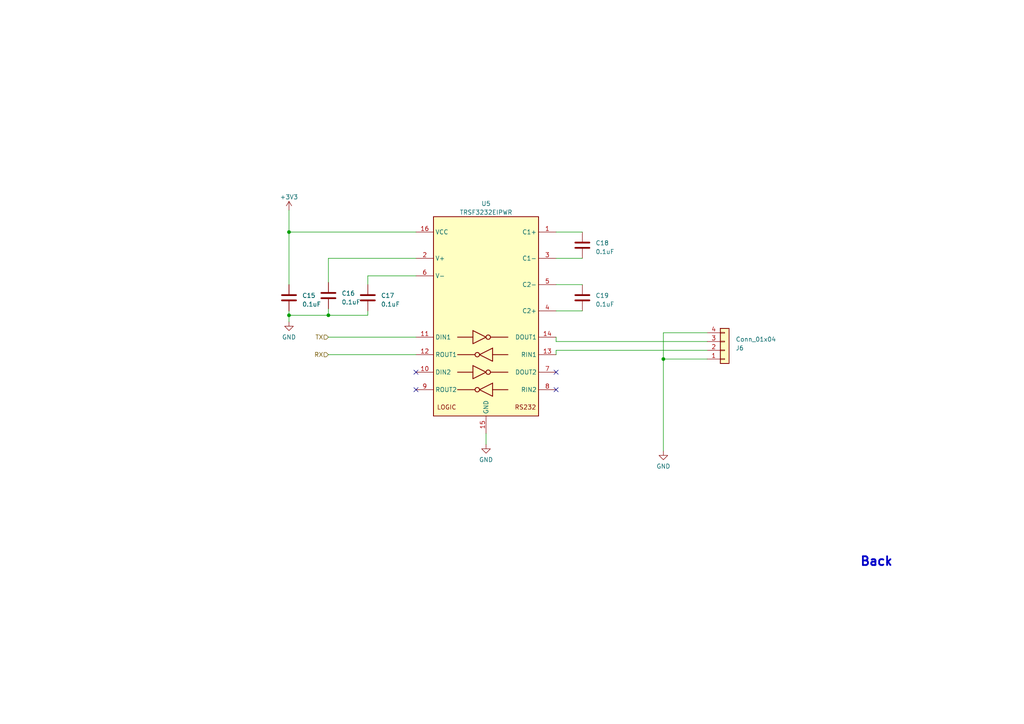
<source format=kicad_sch>
(kicad_sch (version 20230121) (generator eeschema)
  (paper "A4")
  (lib_symbols
    (symbol "0_interface_uart:TRSF3232EIPWR"
      (property "Reference" "U" (at 0 0 0))
      (property "Value" "TRSF3232EIPWR" (at 0 0 0))
      (symbol "TRSF3232EIPWR_0_0"
        (text "LOGIC" (at -11.43 -27.94 0) (effects (font (size 1.27 1.27))))
        (text "RS232" (at 11.43 -27.94 0) (effects (font (size 1.27 1.27))))
      )
      (symbol "TRSF3232EIPWR_0_1"
        (rectangle (start -15.24 27.305) (end 15.24 -30.48) (stroke (width 0.254)) (fill (type background)))
        (circle (center -2.54 -22.86) (radius 0.635) (stroke (width 0.254)))
        (circle (center -2.54 -12.7) (radius 0.635) (stroke (width 0.254)))
        (polyline (pts (xy -3.81 -17.78) (xy -8.255 -17.78)) (stroke (width 0.254)))
        (polyline (pts (xy -3.81 -7.62) (xy -8.255 -7.62)) (stroke (width 0.254)))
        (polyline (pts (xy -3.175 -22.86) (xy -8.255 -22.86)) (stroke (width 0.254)))
        (polyline (pts (xy -3.175 -12.7) (xy -8.255 -12.7)) (stroke (width 0.254)))
        (polyline (pts (xy 1.27 -17.78) (xy 6.35 -17.78)) (stroke (width 0.254)))
        (polyline (pts (xy 1.27 -7.62) (xy 6.35 -7.62)) (stroke (width 0.254)))
        (polyline (pts (xy 1.905 -22.86) (xy 6.35 -22.86)) (stroke (width 0.254)))
        (polyline (pts (xy 1.905 -12.7) (xy 6.35 -12.7)) (stroke (width 0.254)))
        (polyline (pts (xy -3.81 -15.875) (xy -3.81 -19.685) (xy 0 -17.78) (xy -3.81 -15.875)) (stroke (width 0.254)))
        (polyline (pts (xy -3.81 -5.715) (xy -3.81 -9.525) (xy 0 -7.62) (xy -3.81 -5.715)) (stroke (width 0.254)))
        (polyline (pts (xy 1.905 -20.955) (xy 1.905 -24.765) (xy -1.905 -22.86) (xy 1.905 -20.955)) (stroke (width 0.254)))
        (polyline (pts (xy 1.905 -10.795) (xy 1.905 -14.605) (xy -1.905 -12.7) (xy 1.905 -10.795)) (stroke (width 0.254)))
        (circle (center 0.635 -17.78) (radius 0.635) (stroke (width 0.254)))
        (circle (center 0.635 -7.62) (radius 0.635) (stroke (width 0.254)))
      )
      (symbol "TRSF3232EIPWR_1_1"
        (pin passive line (at 20.32 22.86 180) (length 5.08) (name "C1+") (number "1"))
        (pin input line (at -20.32 -17.78 0) (length 5.08) (name "DIN2") (number "10"))
        (pin input line (at -20.32 -7.62 0) (length 5.08) (name "DIN1") (number "11"))
        (pin output line (at -20.32 -12.7 0) (length 5.08) (name "ROUT1") (number "12"))
        (pin input line (at 20.32 -12.7 180) (length 5.08) (name "RIN1") (number "13"))
        (pin output line (at 20.32 -7.62 180) (length 5.08) (name "DOUT1") (number "14"))
        (pin power_in line (at 0 -35.56 90) (length 5.08) (name "GND") (number "15"))
        (pin power_in line (at -20.32 22.86 0) (length 5.08) (name "VCC") (number "16"))
        (pin power_out line (at -20.32 15.24 0) (length 5.08) (name "V+") (number "2"))
        (pin passive line (at 20.32 15.24 180) (length 5.08) (name "C1-") (number "3"))
        (pin passive line (at 20.32 0 180) (length 5.08) (name "C2+") (number "4"))
        (pin passive line (at 20.32 7.62 180) (length 5.08) (name "C2-") (number "5"))
        (pin power_out line (at -20.32 10.16 0) (length 5.08) (name "V-") (number "6"))
        (pin output line (at 20.32 -17.78 180) (length 5.08) (name "DOUT2") (number "7"))
        (pin input line (at 20.32 -22.86 180) (length 5.08) (name "RIN2") (number "8"))
        (pin output line (at -20.32 -22.86 0) (length 5.08) (name "ROUT2") (number "9"))
      )
    )
    (symbol "Connector_Generic:Conn_01x04" (pin_names (offset 1.016) hide)
      (property "Reference" "J" (at 0 5.08 0))
      (property "Value" "Conn_01x04" (at 0 -7.62 0))
      (symbol "Conn_01x04_1_1"
        (rectangle (start -1.27 -4.953) (end 0 -5.207) (stroke (width 0.1524)))
        (rectangle (start -1.27 -2.413) (end 0 -2.667) (stroke (width 0.1524)))
        (rectangle (start -1.27 0.127) (end 0 -0.127) (stroke (width 0.1524)))
        (rectangle (start -1.27 2.667) (end 0 2.413) (stroke (width 0.1524)))
        (rectangle (start -1.27 3.81) (end 1.27 -6.35) (stroke (width 0.254)) (fill (type background)))
        (pin passive line (at -5.08 2.54 0) (length 3.81) (name "Pin_1") (number "1"))
        (pin passive line (at -5.08 0 0) (length 3.81) (name "Pin_2") (number "2"))
        (pin passive line (at -5.08 -2.54 0) (length 3.81) (name "Pin_3") (number "3"))
        (pin passive line (at -5.08 -5.08 0) (length 3.81) (name "Pin_4") (number "4"))
      )
    )
    (symbol "Device:C" (pin_numbers hide) (pin_names (offset 0.254))
      (property "Reference" "C" (at 0.635 2.54 0))
      (property "Value" "C" (at 0.635 -2.54 0))
      (symbol "C_0_1"
        (polyline (pts (xy -2.032 -0.762) (xy 2.032 -0.762)) (stroke (width 0.508)))
        (polyline (pts (xy -2.032 0.762) (xy 2.032 0.762)) (stroke (width 0.508)))
      )
      (symbol "C_1_1"
        (pin passive line (at 0 3.81 270) (length 2.794) (name "~") (number "1"))
        (pin passive line (at 0 -3.81 90) (length 2.794) (name "~") (number "2"))
      )
    )
    (symbol "PCM_4ms_Power-symbol:+3.3V" (power) (pin_names (offset 0))
      (property "Value" "+3.3V" (at 0 3.556 0))
      (symbol "+3.3V_0_1"
        (polyline (pts (xy -0.762 1.27) (xy 0 2.54)))
        (polyline (pts (xy 0 0) (xy 0 2.54)))
        (polyline (pts (xy 0 2.54) (xy 0.762 1.27)))
      )
      (symbol "+3.3V_1_1"
        (pin power_in line (at 0 0 90) (length 0) hide (name "+3V3") (number "1"))
      )
    )
    (symbol "PCM_4ms_Power-symbol:GND" (power) (pin_names (offset 0))
      (property "Value" "GND" (at 0 -3.81 0))
      (symbol "GND_0_1"
        (polyline (pts (xy 0 0) (xy 0 -1.27) (xy 1.27 -1.27) (xy 0 -2.54) (xy -1.27 -1.27) (xy 0 -1.27)))
      )
      (symbol "GND_1_1"
        (pin power_in line (at 0 0 270) (length 0) hide (name "GND") (number "1"))
      )
    )
  )
  (junction (at 192.405 104.14))
  (junction (at 83.82 91.44))
  (junction (at 83.82 67.31))
  (junction (at 95.25 91.44))
  (no_connect (at 120.65 107.95))
  (no_connect (at 161.29 107.95))
  (no_connect (at 161.29 113.03))
  (no_connect (at 120.65 113.03))
  (wire (pts (xy 161.29 97.79) (xy 161.29 99.06)))
  (wire (pts (xy 83.82 91.44) (xy 83.82 93.345)))
  (wire (pts (xy 192.405 104.14) (xy 205.105 104.14)))
  (wire (pts (xy 83.82 90.17) (xy 83.82 91.44)))
  (wire (pts (xy 161.29 90.17) (xy 168.91 90.17)))
  (wire (pts (xy 95.25 89.535) (xy 95.25 91.44)))
  (wire (pts (xy 205.105 101.6) (xy 161.29 101.6)))
  (wire (pts (xy 192.405 96.52) (xy 205.105 96.52)))
  (wire (pts (xy 161.29 74.93) (xy 168.91 74.93)))
  (wire (pts (xy 161.29 99.06) (xy 205.105 99.06)))
  (wire (pts (xy 83.82 67.31) (xy 83.82 82.55)))
  (wire (pts (xy 95.25 97.79) (xy 120.65 97.79)))
  (wire (pts (xy 106.68 91.44) (xy 106.68 90.17)))
  (wire (pts (xy 95.25 91.44) (xy 106.68 91.44)))
  (wire (pts (xy 95.25 102.87) (xy 120.65 102.87)))
  (wire (pts (xy 95.25 81.915) (xy 95.25 74.93)))
  (wire (pts (xy 83.82 91.44) (xy 95.25 91.44)))
  (wire (pts (xy 161.29 67.31) (xy 168.91 67.31)))
  (wire (pts (xy 140.97 125.73) (xy 140.97 128.905)))
  (wire (pts (xy 83.82 67.31) (xy 120.65 67.31)))
  (wire (pts (xy 192.405 96.52) (xy 192.405 104.14)))
  (wire (pts (xy 106.68 82.55) (xy 106.68 80.01)))
  (wire (pts (xy 192.405 104.14) (xy 192.405 130.81)))
  (wire (pts (xy 161.29 101.6) (xy 161.29 102.87)))
  (wire (pts (xy 106.68 80.01) (xy 120.65 80.01)))
  (wire (pts (xy 83.82 60.96) (xy 83.82 67.31)))
  (wire (pts (xy 95.25 74.93) (xy 120.65 74.93)))
  (wire (pts (xy 161.29 82.55) (xy 168.91 82.55)))
  (text "Back" (at 259.08 164.465 0) (effects (font (size 2.54 2.54) bold) (justify right bottom)))
  (hierarchical_label "TX" (shape input) (at 95.25 97.79 180))
  (hierarchical_label "RX" (shape input) (at 95.25 102.87 180))
  (symbol (lib_id "0_interface_uart:TRSF3232EIPWR") (at 140.97 90.17 0) (unit 1)
    (property "Reference" "U5" (at 140.97 59.055 0))
    (property "Value" "TRSF3232EIPWR" (at 140.97 61.595 0))
    (property "Footprint" "Package_SO:TSSOP-16_4.4x5mm_P0.65mm" (effects hide))
    (property "Datasheet" "https://www.ti.com/general/docs/suppproductinfo.tsp?distId=10&gotoUrl=http%3A%2F%2Fwww.ti.com%2Flit%2Fgpn%2Ftrsf3232e" (effects hide))
  )
  (symbol (lib_id "PCM_4ms_Power-symbol:GND") (at 192.405 130.81 0) (unit 1)
    (property "Reference" "#PWR030" (effects hide))
    (property "Value" "GND" (at 192.405 135.255 0))
  )
  (symbol (lib_id "Device:C") (at 106.68 86.36 0) (unit 1)
    (property "Reference" "C17" (at 110.49 85.725 0) (effects (justify left)))
    (property "Value" "0.1uF" (at 110.49 88.265 0) (effects (justify left)))
    (property "Footprint" "Capacitor_SMD:C_0603_1608Metric_Pad1.08x0.95mm_HandSolder" (effects hide))
  )
  (symbol (lib_id "Device:C") (at 168.91 71.12 0) (unit 1)
    (property "Reference" "C18" (at 172.72 70.485 0) (effects (justify left)))
    (property "Value" "0.1uF" (at 172.72 73.025 0) (effects (justify left)))
    (property "Footprint" "Capacitor_SMD:C_0603_1608Metric_Pad1.08x0.95mm_HandSolder" (effects hide))
  )
  (symbol (lib_id "Device:C") (at 168.91 86.36 0) (unit 1)
    (property "Reference" "C19" (at 172.72 85.725 0) (effects (justify left)))
    (property "Value" "0.1uF" (at 172.72 88.265 0) (effects (justify left)))
    (property "Footprint" "Capacitor_SMD:C_0603_1608Metric_Pad1.08x0.95mm_HandSolder" (effects hide))
  )
  (symbol (lib_id "Device:C") (at 83.82 86.36 0) (unit 1)
    (property "Reference" "C15" (at 87.63 85.725 0) (effects (justify left)))
    (property "Value" "0.1uF" (at 87.63 88.265 0) (effects (justify left)))
    (property "Footprint" "Capacitor_SMD:C_0603_1608Metric_Pad1.08x0.95mm_HandSolder" (effects hide))
  )
  (symbol (lib_id "PCM_4ms_Power-symbol:GND") (at 140.97 128.905 0) (unit 1)
    (property "Reference" "#PWR029" (effects hide))
    (property "Value" "GND" (at 140.97 133.35 0))
  )
  (symbol (lib_id "PCM_4ms_Power-symbol:GND") (at 83.82 93.345 0) (unit 1)
    (property "Reference" "#PWR027" (effects hide))
    (property "Value" "GND" (at 83.82 97.79 0))
  )
  (symbol (lib_id "Connector_Generic:Conn_01x04") (at 210.185 101.6 0) (mirror x) (unit 1)
    (property "Reference" "J6" (at 213.36 100.965 0) (effects (justify left)))
    (property "Value" "Conn_01x04" (at 213.36 98.425 0) (effects (justify left)))
    (property "Footprint" "Connector_JST:JST_GH_BM04B-GHS-TBT_1x04-1MP_P1.25mm_Vertical" (effects hide))
  )
  (symbol (lib_id "Device:C") (at 95.25 85.725 0) (unit 1)
    (property "Reference" "C16" (at 99.06 85.09 0) (effects (justify left)))
    (property "Value" "0.1uF" (at 99.06 87.63 0) (effects (justify left)))
    (property "Footprint" "Capacitor_SMD:C_0603_1608Metric_Pad1.08x0.95mm_HandSolder" (effects hide))
  )
  (symbol (lib_id "PCM_4ms_Power-symbol:+3.3V") (at 83.82 60.96 0) (unit 1)
    (property "Reference" "#PWR028" (effects hide))
    (property "Value" "+3.3V" (at 83.82 57.15 0))
  )
)
</source>
